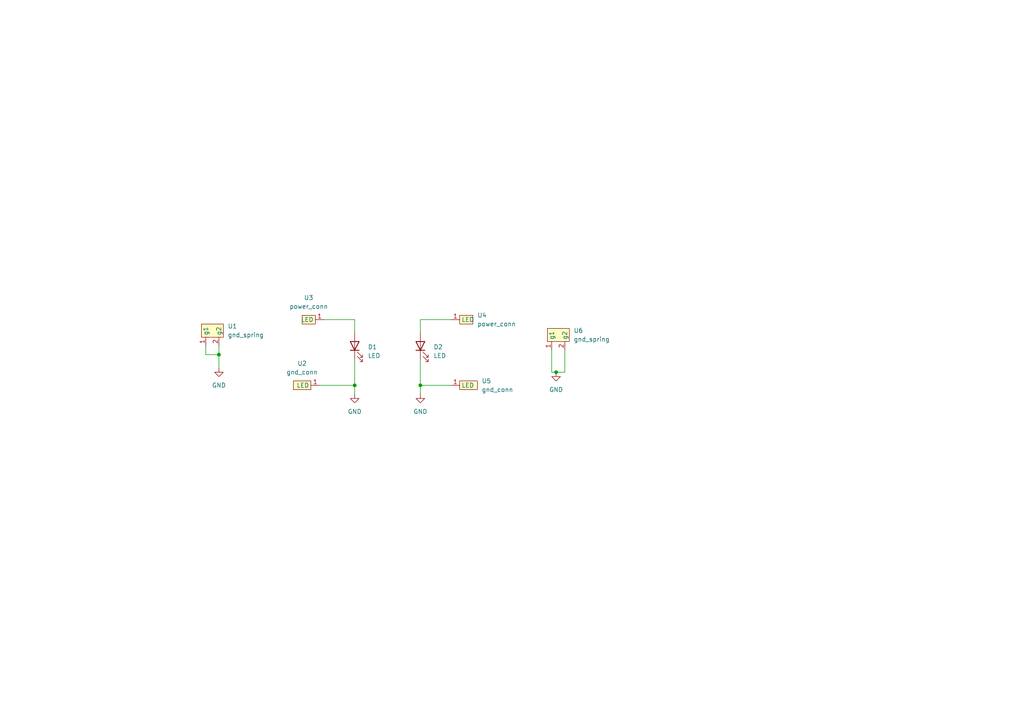
<source format=kicad_sch>
(kicad_sch (version 20231120) (generator "eeschema") (generator_version "8.0")
  (paper "A4")
  (lib_symbols
    (symbol "Device:LED" (pin_numbers hide) (pin_names (offset 1.016) hide)
      (property "Reference" "D" (at 0 2.54 0))
      (property "Value" "LED" (at 0 -2.54 0))
      (symbol "LED_0_1"
        (polyline (pts (xy -1.27 -1.27) (xy -1.27 1.27)) (stroke (width 0.254)))
        (polyline (pts (xy -1.27 0) (xy 1.27 0)))
        (polyline (pts (xy 1.27 -1.27) (xy 1.27 1.27) (xy -1.27 0) (xy 1.27 -1.27)) (stroke (width 0.254)))
        (polyline (pts (xy -3.048 -0.762) (xy -4.572 -2.286) (xy -3.81 -2.286) (xy -4.572 -2.286) (xy -4.572 -1.524)))
        (polyline (pts (xy -1.778 -0.762) (xy -3.302 -2.286) (xy -2.54 -2.286) (xy -3.302 -2.286) (xy -3.302 -1.524)))
      )
      (symbol "LED_1_1"
        (pin passive line (at -3.81 0 0) (length 2.54) (name "K") (number "1"))
        (pin passive line (at 3.81 0 180) (length 2.54) (name "A") (number "2"))
      )
    )
    (symbol "conn_ld_pcb:gnd_conn"
      (property "Reference" "U" (at -1.27 -2.54 0))
      (property "Value" "gnd_conn" (at -2.54 2.54 0))
      (symbol "gnd_conn_0_1"
        (rectangle (start 2.54 1.27) (end 7.62 -1.27) (fill (type background)))
      )
      (symbol "gnd_conn_1_1"
        (pin power_in line (at 0 0 0) (length 2.54) (name "LED") (number "1"))
      )
    )
    (symbol "conn_ld_pcb:gnd_spring"
      (property "Reference" "U" (at -2.54 -1.27 0))
      (property "Value" "gnd_spring" (at 0 2.54 0))
      (symbol "gnd_spring_0_1"
        (rectangle (start 2.54 1.27) (end 6.35 -5.08) (fill (type background)))
      )
      (symbol "gnd_spring_1_1"
        (pin passive line (at 0 0 0) (length 2.54) (name "g1") (number "1"))
        (pin passive line (at 0 -3.81 0) (length 2.54) (name "g2") (number "2"))
      )
    )
    (symbol "conn_ld_pcb:power_conn"
      (property "Reference" "U" (at -2.54 -2.54 0))
      (property "Value" "power_conn" (at -3.81 2.54 0))
      (symbol "power_conn_0_1"
        (rectangle (start 6.35 1.27) (end 2.54 -1.27) (fill (type background)))
      )
      (symbol "power_conn_1_1"
        (pin power_in line (at 0 0 0) (length 2.54) (name "LED") (number "1"))
      )
    )
    (symbol "power:GND" (power) (pin_names (offset 0))
      (property "Value" "GND" (at 0 -3.81 0))
      (symbol "GND_0_1"
        (polyline (pts (xy 0 0) (xy 0 -1.27) (xy 1.27 -1.27) (xy 0 -2.54) (xy -1.27 -1.27) (xy 0 -1.27)))
      )
      (symbol "GND_1_1"
        (pin power_in line (at 0 0 270) (length 0) hide (name "GND") (number "1"))
      )
    )
  )
  (junction (at 121.92 111.76))
  (junction (at 63.5 102.87))
  (junction (at 102.87 111.76))
  (junction (at 161.29 107.95))
  (wire (pts (xy 102.87 104.14) (xy 102.87 111.76)))
  (wire (pts (xy 63.5 100.33) (xy 63.5 102.87)))
  (wire (pts (xy 121.92 111.76) (xy 130.81 111.76)))
  (wire (pts (xy 102.87 111.76) (xy 102.87 114.3)))
  (wire (pts (xy 92.71 111.76) (xy 102.87 111.76)))
  (wire (pts (xy 102.87 92.71) (xy 102.87 96.52)))
  (wire (pts (xy 93.98 92.71) (xy 102.87 92.71)))
  (wire (pts (xy 121.92 104.14) (xy 121.92 111.76)))
  (wire (pts (xy 121.92 92.71) (xy 130.81 92.71)))
  (wire (pts (xy 160.02 101.6) (xy 160.02 107.95)))
  (wire (pts (xy 59.69 102.87) (xy 63.5 102.87)))
  (wire (pts (xy 121.92 96.52) (xy 121.92 92.71)))
  (wire (pts (xy 59.69 100.33) (xy 59.69 102.87)))
  (wire (pts (xy 63.5 102.87) (xy 63.5 106.68)))
  (wire (pts (xy 163.83 101.6) (xy 163.83 107.95)))
  (wire (pts (xy 160.02 107.95) (xy 161.29 107.95)))
  (wire (pts (xy 121.92 111.76) (xy 121.92 114.3)))
  (wire (pts (xy 163.83 107.95) (xy 161.29 107.95)))
  (symbol (lib_id "power:GND") (at 63.5 106.68 0) (unit 1)
    (property "Reference" "#PWR01" (effects (hide yes)))
    (property "Value" "GND" (at 63.5 111.76 0))
  )
  (symbol (lib_id "conn_ld_pcb:gnd_spring") (at 160.02 101.6 90) (unit 1)
    (property "Reference" "U6" (at 166.37 95.8849 90) (effects (justify right)))
    (property "Value" "gnd_spring" (at 166.37 98.4249 90) (effects (justify right)))
    (property "Footprint" "conn_ld_pcb:conn_sping" (effects (hide yes)))
  )
  (symbol (lib_id "conn_ld_pcb:gnd_spring") (at 59.69 100.33 90) (unit 1)
    (property "Reference" "U1" (at 66.04 94.6149 90) (effects (justify right)))
    (property "Value" "gnd_spring" (at 66.04 97.1549 90) (effects (justify right)))
    (property "Footprint" "conn_ld_pcb:conn_sping" (effects (hide yes)))
  )
  (symbol (lib_id "conn_ld_pcb:gnd_conn") (at 130.81 111.76 0) (unit 1)
    (property "Reference" "U5" (at 139.7 110.4899 0) (effects (justify left)))
    (property "Value" "gnd_conn" (at 139.7 113.0299 0) (effects (justify left)))
    (property "Footprint" "conn_ld_pcb:led_conn" (effects (hide yes)))
  )
  (symbol (lib_id "Device:LED") (at 121.92 100.33 90) (unit 1)
    (property "Reference" "D2" (at 125.73 100.6474 90) (effects (justify right)))
    (property "Value" "LED" (at 125.73 103.1874 90) (effects (justify right)))
    (property "Footprint" "LED_SMD:LED_PLCC_2835" (effects (hide yes)))
  )
  (symbol (lib_id "conn_ld_pcb:gnd_conn") (at 92.71 111.76 180) (unit 1)
    (property "Reference" "U2" (at 87.63 105.41 0))
    (property "Value" "gnd_conn" (at 87.63 107.95 0))
    (property "Footprint" "conn_ld_pcb:led_conn" (effects (hide yes)))
  )
  (symbol (lib_id "power:GND") (at 121.92 114.3 0) (unit 1)
    (property "Reference" "#PWR03" (effects (hide yes)))
    (property "Value" "GND" (at 121.92 119.38 0))
  )
  (symbol (lib_id "conn_ld_pcb:power_conn") (at 130.81 92.71 0) (unit 1)
    (property "Reference" "U4" (at 138.43 91.4399 0) (effects (justify left)))
    (property "Value" "power_conn" (at 138.43 93.9799 0) (effects (justify left)))
    (property "Footprint" "conn_ld_pcb:led_conn" (effects (hide yes)))
  )
  (symbol (lib_id "power:GND") (at 102.87 114.3 0) (unit 1)
    (property "Reference" "#PWR02" (effects (hide yes)))
    (property "Value" "GND" (at 102.87 119.38 0))
  )
  (symbol (lib_id "conn_ld_pcb:power_conn") (at 93.98 92.71 180) (unit 1)
    (property "Reference" "U3" (at 89.535 86.36 0))
    (property "Value" "power_conn" (at 89.535 88.9 0))
    (property "Footprint" "conn_ld_pcb:led_conn" (effects (hide yes)))
  )
  (symbol (lib_id "Device:LED") (at 102.87 100.33 90) (unit 1)
    (property "Reference" "D1" (at 106.68 100.6474 90) (effects (justify right)))
    (property "Value" "LED" (at 106.68 103.1874 90) (effects (justify right)))
    (property "Footprint" "LED_SMD:LED_PLCC_2835" (effects (hide yes)))
  )
  (symbol (lib_id "power:GND") (at 161.29 107.95 0) (unit 1)
    (property "Reference" "#PWR04" (effects (hide yes)))
    (property "Value" "GND" (at 161.29 113.03 0))
  )
)
</source>
